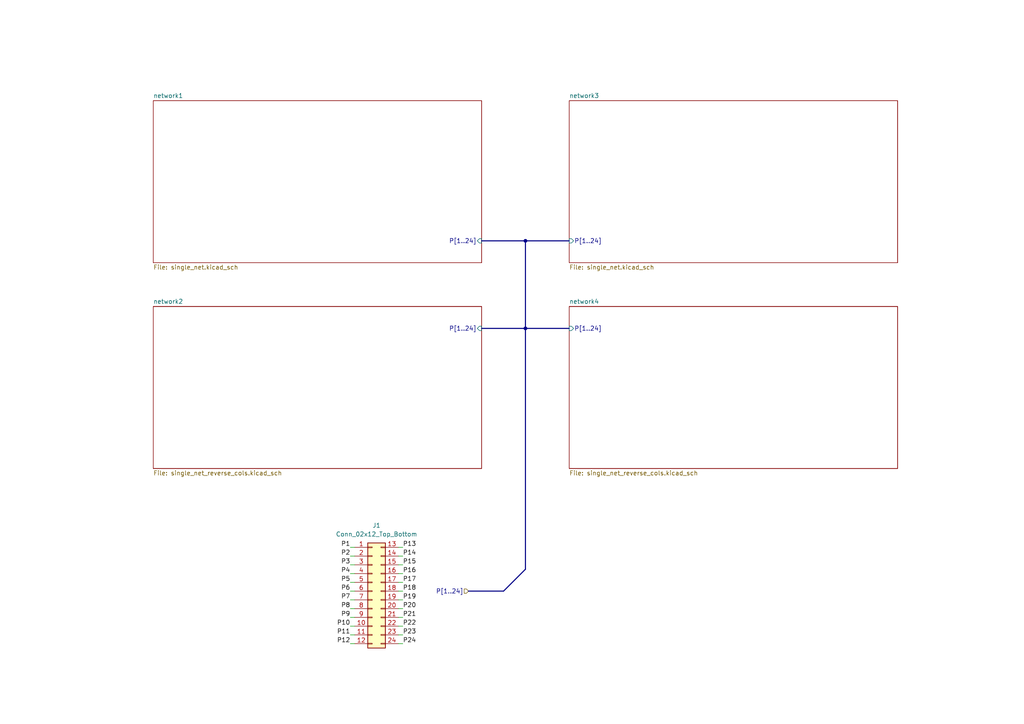
<source format=kicad_sch>
(kicad_sch (version 20231120) (generator "eeschema") (generator_version "8.0")
  (paper "A4")
  (lib_symbols
    (symbol "Connector_Generic:Conn_02x12_Top_Bottom" (pin_names (offset 1.016) hide)
      (property "Reference" "J" (at 1.27 15.24 0))
      (property "Value" "Conn_02x12_Top_Bottom" (at 1.27 -17.78 0))
      (symbol "Conn_02x12_Top_Bottom_1_1"
        (rectangle (start -1.27 -15.113) (end 0 -15.367) (stroke (width 0.1524)))
        (rectangle (start -1.27 -12.573) (end 0 -12.827) (stroke (width 0.1524)))
        (rectangle (start -1.27 -10.033) (end 0 -10.287) (stroke (width 0.1524)))
        (rectangle (start -1.27 -7.493) (end 0 -7.747) (stroke (width 0.1524)))
        (rectangle (start -1.27 -4.953) (end 0 -5.207) (stroke (width 0.1524)))
        (rectangle (start -1.27 -2.413) (end 0 -2.667) (stroke (width 0.1524)))
        (rectangle (start -1.27 0.127) (end 0 -0.127) (stroke (width 0.1524)))
        (rectangle (start -1.27 2.667) (end 0 2.413) (stroke (width 0.1524)))
        (rectangle (start -1.27 5.207) (end 0 4.953) (stroke (width 0.1524)))
        (rectangle (start -1.27 7.747) (end 0 7.493) (stroke (width 0.1524)))
        (rectangle (start -1.27 10.287) (end 0 10.033) (stroke (width 0.1524)))
        (rectangle (start -1.27 12.827) (end 0 12.573) (stroke (width 0.1524)))
        (rectangle (start -1.27 13.97) (end 3.81 -16.51) (stroke (width 0.254)) (fill (type background)))
        (rectangle (start 3.81 -15.113) (end 2.54 -15.367) (stroke (width 0.1524)))
        (rectangle (start 3.81 -12.573) (end 2.54 -12.827) (stroke (width 0.1524)))
        (rectangle (start 3.81 -10.033) (end 2.54 -10.287) (stroke (width 0.1524)))
        (rectangle (start 3.81 -7.493) (end 2.54 -7.747) (stroke (width 0.1524)))
        (rectangle (start 3.81 -4.953) (end 2.54 -5.207) (stroke (width 0.1524)))
        (rectangle (start 3.81 -2.413) (end 2.54 -2.667) (stroke (width 0.1524)))
        (rectangle (start 3.81 0.127) (end 2.54 -0.127) (stroke (width 0.1524)))
        (rectangle (start 3.81 2.667) (end 2.54 2.413) (stroke (width 0.1524)))
        (rectangle (start 3.81 5.207) (end 2.54 4.953) (stroke (width 0.1524)))
        (rectangle (start 3.81 7.747) (end 2.54 7.493) (stroke (width 0.1524)))
        (rectangle (start 3.81 10.287) (end 2.54 10.033) (stroke (width 0.1524)))
        (rectangle (start 3.81 12.827) (end 2.54 12.573) (stroke (width 0.1524)))
        (pin passive line (at -5.08 12.7 0) (length 3.81) (name "Pin_1") (number "1"))
        (pin passive line (at -5.08 -10.16 0) (length 3.81) (name "Pin_10") (number "10"))
        (pin passive line (at -5.08 -12.7 0) (length 3.81) (name "Pin_11") (number "11"))
        (pin passive line (at -5.08 -15.24 0) (length 3.81) (name "Pin_12") (number "12"))
        (pin passive line (at 7.62 12.7 180) (length 3.81) (name "Pin_13") (number "13"))
        (pin passive line (at 7.62 10.16 180) (length 3.81) (name "Pin_14") (number "14"))
        (pin passive line (at 7.62 7.62 180) (length 3.81) (name "Pin_15") (number "15"))
        (pin passive line (at 7.62 5.08 180) (length 3.81) (name "Pin_16") (number "16"))
        (pin passive line (at 7.62 2.54 180) (length 3.81) (name "Pin_17") (number "17"))
        (pin passive line (at 7.62 0 180) (length 3.81) (name "Pin_18") (number "18"))
        (pin passive line (at 7.62 -2.54 180) (length 3.81) (name "Pin_19") (number "19"))
        (pin passive line (at -5.08 10.16 0) (length 3.81) (name "Pin_2") (number "2"))
        (pin passive line (at 7.62 -5.08 180) (length 3.81) (name "Pin_20") (number "20"))
        (pin passive line (at 7.62 -7.62 180) (length 3.81) (name "Pin_21") (number "21"))
        (pin passive line (at 7.62 -10.16 180) (length 3.81) (name "Pin_22") (number "22"))
        (pin passive line (at 7.62 -12.7 180) (length 3.81) (name "Pin_23") (number "23"))
        (pin passive line (at 7.62 -15.24 180) (length 3.81) (name "Pin_24") (number "24"))
        (pin passive line (at -5.08 7.62 0) (length 3.81) (name "Pin_3") (number "3"))
        (pin passive line (at -5.08 5.08 0) (length 3.81) (name "Pin_4") (number "4"))
        (pin passive line (at -5.08 2.54 0) (length 3.81) (name "Pin_5") (number "5"))
        (pin passive line (at -5.08 0 0) (length 3.81) (name "Pin_6") (number "6"))
        (pin passive line (at -5.08 -2.54 0) (length 3.81) (name "Pin_7") (number "7"))
        (pin passive line (at -5.08 -5.08 0) (length 3.81) (name "Pin_8") (number "8"))
        (pin passive line (at -5.08 -7.62 0) (length 3.81) (name "Pin_9") (number "9"))
      )
    )
  )
  (junction (at 152.4 95.25))
  (junction (at 152.4 69.85))
  (bus (pts (xy 152.4 165.1) (xy 146.05 171.45)))
  (wire (pts (xy 101.6 173.99) (xy 102.87 173.99)))
  (wire (pts (xy 116.84 186.69) (xy 115.57 186.69)))
  (bus (pts (xy 139.7 95.25) (xy 152.4 95.25)))
  (wire (pts (xy 116.84 168.91) (xy 115.57 168.91)))
  (wire (pts (xy 116.84 171.45) (xy 115.57 171.45)))
  (wire (pts (xy 116.84 173.99) (xy 115.57 173.99)))
  (wire (pts (xy 101.6 158.75) (xy 102.87 158.75)))
  (bus (pts (xy 152.4 95.25) (xy 165.1 95.25)))
  (wire (pts (xy 116.84 179.07) (xy 115.57 179.07)))
  (wire (pts (xy 101.6 181.61) (xy 102.87 181.61)))
  (wire (pts (xy 101.6 168.91) (xy 102.87 168.91)))
  (wire (pts (xy 101.6 171.45) (xy 102.87 171.45)))
  (wire (pts (xy 116.84 176.53) (xy 115.57 176.53)))
  (bus (pts (xy 152.4 69.85) (xy 152.4 95.25)))
  (wire (pts (xy 101.6 163.83) (xy 102.87 163.83)))
  (bus (pts (xy 152.4 69.85) (xy 165.1 69.85)))
  (wire (pts (xy 101.6 161.29) (xy 102.87 161.29)))
  (wire (pts (xy 101.6 186.69) (xy 102.87 186.69)))
  (wire (pts (xy 116.84 161.29) (xy 115.57 161.29)))
  (wire (pts (xy 101.6 184.15) (xy 102.87 184.15)))
  (wire (pts (xy 116.84 181.61) (xy 115.57 181.61)))
  (wire (pts (xy 101.6 176.53) (xy 102.87 176.53)))
  (wire (pts (xy 116.84 163.83) (xy 115.57 163.83)))
  (wire (pts (xy 101.6 179.07) (xy 102.87 179.07)))
  (wire (pts (xy 116.84 166.37) (xy 115.57 166.37)))
  (wire (pts (xy 116.84 158.75) (xy 115.57 158.75)))
  (wire (pts (xy 116.84 184.15) (xy 115.57 184.15)))
  (wire (pts (xy 101.6 166.37) (xy 102.87 166.37)))
  (bus (pts (xy 152.4 95.25) (xy 152.4 165.1)))
  (bus (pts (xy 135.89 171.45) (xy 146.05 171.45)))
  (bus (pts (xy 139.7 69.85) (xy 152.4 69.85)))
  (label "P5" (at 101.6 168.91 180))
  (label "P18" (at 116.84 171.45 0))
  (label "P20" (at 116.84 176.53 0))
  (label "P8" (at 101.6 176.53 180))
  (label "P14" (at 116.84 161.29 0))
  (label "P15" (at 116.84 163.83 0))
  (label "P22" (at 116.84 181.61 0))
  (label "P19" (at 116.84 173.99 0))
  (label "P6" (at 101.6 171.45 180))
  (label "P24" (at 116.84 186.69 0))
  (label "P4" (at 101.6 166.37 180))
  (label "P10" (at 101.6 181.61 180))
  (label "P16" (at 116.84 166.37 0))
  (label "P23" (at 116.84 184.15 0))
  (label "P11" (at 101.6 184.15 180))
  (label "P17" (at 116.84 168.91 0))
  (label "P2" (at 101.6 161.29 180))
  (label "P13" (at 116.84 158.75 0))
  (label "P1" (at 101.6 158.75 180))
  (label "P12" (at 101.6 186.69 180))
  (label "P21" (at 116.84 179.07 0))
  (label "P3" (at 101.6 163.83 180))
  (label "P7" (at 101.6 173.99 180))
  (label "P9" (at 101.6 179.07 180))
  (hierarchical_label "P[1..24]" (shape input) (at 135.89 171.45 180))
  (symbol (lib_id "Connector_Generic:Conn_02x12_Top_Bottom") (at 107.95 171.45 0) (unit 1)
    (property "Reference" "J1" (at 109.22 152.4 0))
    (property "Value" "Conn_02x12_Top_Bottom" (at 109.22 154.94 0))
    (property "Footprint" "ccatlib:PinSocket_2x12_P2.54mm_Vertical_SMD_custom" (effects (hide yes)))
    (property "Description" "Generic connector, double row, 02x12, top/bottom pin numbering scheme (row 1: 1...pins_per_row, row2: pins_per_row+1 ... num_pins), script generated (kicad-library-utils/schlib/autogen/connector/)" (effects (hide yes)))
    (property "LCSC Part #" "C19268781" (effects (hide yes)))
  )
  (sheet (at 44.45 29.21) (size 95.25 46.99) (stroke (width 0.1524))
    (property "Sheetname" "network1" (at 44.45 28.4984 0) (effects (justify left bottom)))
    (property "Sheetfile" "single_net.kicad_sch" (at 44.45 76.7846 0) (effects (justify left top)))
    (pin "P[1..24]" input (at 139.7 69.85 0))
  )
  (sheet (at 165.1 29.21) (size 95.25 46.99) (stroke (width 0.1524))
    (property "Sheetname" "network3" (at 165.1 28.4984 0) (effects (justify left bottom)))
    (property "Sheetfile" "single_net.kicad_sch" (at 165.1 76.7846 0) (effects (justify left top)))
    (pin "P[1..24]" input (at 165.1 69.85 180))
  )
  (sheet (at 165.1 88.9) (size 95.25 46.99) (stroke (width 0.1524))
    (property "Sheetname" "network4" (at 165.1 88.1884 0) (effects (justify left bottom)))
    (property "Sheetfile" "single_net_reverse_cols.kicad_sch" (at 165.1 136.4746 0) (effects (justify left top)))
    (pin "P[1..24]" input (at 165.1 95.25 180))
  )
  (sheet (at 44.45 88.9) (size 95.25 46.99) (stroke (width 0.1524))
    (property "Sheetname" "network2" (at 44.45 88.1884 0) (effects (justify left bottom)))
    (property "Sheetfile" "single_net_reverse_cols.kicad_sch" (at 44.45 136.4746 0) (effects (justify left top)))
    (pin "P[1..24]" input (at 139.7 95.25 0))
  )
)
</source>
